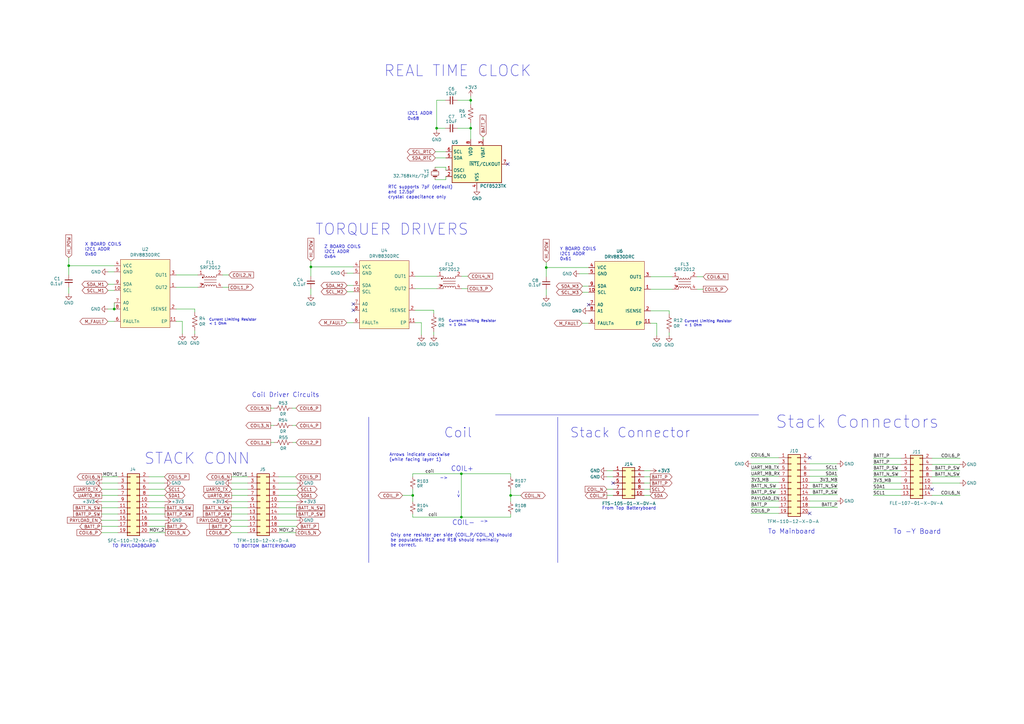
<source format=kicad_sch>
(kicad_sch (version 20231120) (generator "eeschema") (generator_version "8.0")
  (paper "A3")
  (lib_symbols
    (symbol "Connector_Generic:Conn_02x05_Odd_Even" (pin_names (offset 1.016) hide)
      (property "Reference" "J" (at 1.27 7.62 0))
      (property "Value" "Conn_02x05_Odd_Even" (at 1.27 -7.62 0))
      (symbol "Conn_02x05_Odd_Even_1_1"
        (rectangle (start -1.27 -4.953) (end 0 -5.207) (stroke (width 0.1524)))
        (rectangle (start -1.27 -2.413) (end 0 -2.667) (stroke (width 0.1524)))
        (rectangle (start -1.27 0.127) (end 0 -0.127) (stroke (width 0.1524)))
        (rectangle (start -1.27 2.667) (end 0 2.413) (stroke (width 0.1524)))
        (rectangle (start -1.27 5.207) (end 0 4.953) (stroke (width 0.1524)))
        (rectangle (start -1.27 6.35) (end 3.81 -6.35) (stroke (width 0.254)) (fill (type background)))
        (rectangle (start 3.81 -4.953) (end 2.54 -5.207) (stroke (width 0.1524)))
        (rectangle (start 3.81 -2.413) (end 2.54 -2.667) (stroke (width 0.1524)))
        (rectangle (start 3.81 0.127) (end 2.54 -0.127) (stroke (width 0.1524)))
        (rectangle (start 3.81 2.667) (end 2.54 2.413) (stroke (width 0.1524)))
        (rectangle (start 3.81 5.207) (end 2.54 4.953) (stroke (width 0.1524)))
        (pin passive line (at -5.08 5.08 0) (length 3.81) (name "Pin_1") (number "1"))
        (pin passive line (at 7.62 -5.08 180) (length 3.81) (name "Pin_10") (number "10"))
        (pin passive line (at 7.62 5.08 180) (length 3.81) (name "Pin_2") (number "2"))
        (pin passive line (at -5.08 2.54 0) (length 3.81) (name "Pin_3") (number "3"))
        (pin passive line (at 7.62 2.54 180) (length 3.81) (name "Pin_4") (number "4"))
        (pin passive line (at -5.08 0 0) (length 3.81) (name "Pin_5") (number "5"))
        (pin passive line (at 7.62 0 180) (length 3.81) (name "Pin_6") (number "6"))
        (pin passive line (at -5.08 -2.54 0) (length 3.81) (name "Pin_7") (number "7"))
        (pin passive line (at 7.62 -2.54 180) (length 3.81) (name "Pin_8") (number "8"))
        (pin passive line (at -5.08 -5.08 0) (length 3.81) (name "Pin_9") (number "9"))
      )
    )
    (symbol "Connector_Generic:Conn_02x07_Odd_Even" (pin_names (offset 1.016) hide)
      (property "Reference" "J" (at 1.27 10.16 0))
      (property "Value" "Conn_02x07_Odd_Even" (at 1.27 -10.16 0))
      (symbol "Conn_02x07_Odd_Even_1_1"
        (rectangle (start -1.27 -7.493) (end 0 -7.747) (stroke (width 0.1524)))
        (rectangle (start -1.27 -4.953) (end 0 -5.207) (stroke (width 0.1524)))
        (rectangle (start -1.27 -2.413) (end 0 -2.667) (stroke (width 0.1524)))
        (rectangle (start -1.27 0.127) (end 0 -0.127) (stroke (width 0.1524)))
        (rectangle (start -1.27 2.667) (end 0 2.413) (stroke (width 0.1524)))
        (rectangle (start -1.27 5.207) (end 0 4.953) (stroke (width 0.1524)))
        (rectangle (start -1.27 7.747) (end 0 7.493) (stroke (width 0.1524)))
        (rectangle (start -1.27 8.89) (end 3.81 -8.89) (stroke (width 0.254)) (fill (type background)))
        (rectangle (start 3.81 -7.493) (end 2.54 -7.747) (stroke (width 0.1524)))
        (rectangle (start 3.81 -4.953) (end 2.54 -5.207) (stroke (width 0.1524)))
        (rectangle (start 3.81 -2.413) (end 2.54 -2.667) (stroke (width 0.1524)))
        (rectangle (start 3.81 0.127) (end 2.54 -0.127) (stroke (width 0.1524)))
        (rectangle (start 3.81 2.667) (end 2.54 2.413) (stroke (width 0.1524)))
        (rectangle (start 3.81 5.207) (end 2.54 4.953) (stroke (width 0.1524)))
        (rectangle (start 3.81 7.747) (end 2.54 7.493) (stroke (width 0.1524)))
        (pin passive line (at -5.08 7.62 0) (length 3.81) (name "Pin_1") (number "1"))
        (pin passive line (at 7.62 -2.54 180) (length 3.81) (name "Pin_10") (number "10"))
        (pin passive line (at -5.08 -5.08 0) (length 3.81) (name "Pin_11") (number "11"))
        (pin passive line (at 7.62 -5.08 180) (length 3.81) (name "Pin_12") (number "12"))
        (pin passive line (at -5.08 -7.62 0) (length 3.81) (name "Pin_13") (number "13"))
        (pin passive line (at 7.62 -7.62 180) (length 3.81) (name "Pin_14") (number "14"))
        (pin passive line (at 7.62 7.62 180) (length 3.81) (name "Pin_2") (number "2"))
        (pin passive line (at -5.08 5.08 0) (length 3.81) (name "Pin_3") (number "3"))
        (pin passive line (at 7.62 5.08 180) (length 3.81) (name "Pin_4") (number "4"))
        (pin passive line (at -5.08 2.54 0) (length 3.81) (name "Pin_5") (number "5"))
        (pin passive line (at 7.62 2.54 180) (length 3.81) (name "Pin_6") (number "6"))
        (pin passive line (at -5.08 0 0) (length 3.81) (name "Pin_7") (number "7"))
        (pin passive line (at 7.62 0 180) (length 3.81) (name "Pin_8") (number "8"))
        (pin passive line (at -5.08 -2.54 0) (length 3.81) (name "Pin_9") (number "9"))
      )
    )
    (symbol "Connector_Generic:Conn_02x10_Odd_Even" (pin_names (offset 1.016) hide)
      (property "Reference" "J" (at 1.27 12.7 0))
      (property "Value" "Conn_02x10_Odd_Even" (at 1.27 -15.24 0))
      (symbol "Conn_02x10_Odd_Even_1_1"
        (rectangle (start -1.27 -12.573) (end 0 -12.827) (stroke (width 0.1524)))
        (rectangle (start -1.27 -10.033) (end 0 -10.287) (stroke (width 0.1524)))
        (rectangle (start -1.27 -7.493) (end 0 -7.747) (stroke (width 0.1524)))
        (rectangle (start -1.27 -4.953) (end 0 -5.207) (stroke (width 0.1524)))
        (rectangle (start -1.27 -2.413) (end 0 -2.667) (stroke (width 0.1524)))
        (rectangle (start -1.27 0.127) (end 0 -0.127) (stroke (width 0.1524)))
        (rectangle (start -1.27 2.667) (end 0 2.413) (stroke (width 0.1524)))
        (rectangle (start -1.27 5.207) (end 0 4.953) (stroke (width 0.1524)))
        (rectangle (start -1.27 7.747) (end 0 7.493) (stroke (width 0.1524)))
        (rectangle (start -1.27 10.287) (end 0 10.033) (stroke (width 0.1524)))
        (rectangle (start -1.27 11.43) (end 3.81 -13.97) (stroke (width 0.254)) (fill (type background)))
        (rectangle (start 3.81 -12.573) (end 2.54 -12.827) (stroke (width 0.1524)))
        (rectangle (start 3.81 -10.033) (end 2.54 -10.287) (stroke (width 0.1524)))
        (rectangle (start 3.81 -7.493) (end 2.54 -7.747) (stroke (width 0.1524)))
        (rectangle (start 3.81 -4.953) (end 2.54 -5.207) (stroke (width 0.1524)))
        (rectangle (start 3.81 -2.413) (end 2.54 -2.667) (stroke (width 0.1524)))
        (rectangle (start 3.81 0.127) (end 2.54 -0.127) (stroke (width 0.1524)))
        (rectangle (start 3.81 2.667) (end 2.54 2.413) (stroke (width 0.1524)))
        (rectangle (start 3.81 5.207) (end 2.54 4.953) (stroke (width 0.1524)))
        (rectangle (start 3.81 7.747) (end 2.54 7.493) (stroke (width 0.1524)))
        (rectangle (start 3.81 10.287) (end 2.54 10.033) (stroke (width 0.1524)))
        (pin passive line (at -5.08 10.16 0) (length 3.81) (name "Pin_1") (number "1"))
        (pin passive line (at 7.62 0 180) (length 3.81) (name "Pin_10") (number "10"))
        (pin passive line (at -5.08 -2.54 0) (length 3.81) (name "Pin_11") (number "11"))
        (pin passive line (at 7.62 -2.54 180) (length 3.81) (name "Pin_12") (number "12"))
        (pin passive line (at -5.08 -5.08 0) (length 3.81) (name "Pin_13") (number "13"))
        (pin passive line (at 7.62 -5.08 180) (length 3.81) (name "Pin_14") (number "14"))
        (pin passive line (at -5.08 -7.62 0) (length 3.81) (name "Pin_15") (number "15"))
        (pin passive line (at 7.62 -7.62 180) (length 3.81) (name "Pin_16") (number "16"))
        (pin passive line (at -5.08 -10.16 0) (length 3.81) (name "Pin_17") (number "17"))
        (pin passive line (at 7.62 -10.16 180) (length 3.81) (name "Pin_18") (number "18"))
        (pin passive line (at -5.08 -12.7 0) (length 3.81) (name "Pin_19") (number "19"))
        (pin passive line (at 7.62 10.16 180) (length 3.81) (name "Pin_2") (number "2"))
        (pin passive line (at 7.62 -12.7 180) (length 3.81) (name "Pin_20") (number "20"))
        (pin passive line (at -5.08 7.62 0) (length 3.81) (name "Pin_3") (number "3"))
        (pin passive line (at 7.62 7.62 180) (length 3.81) (name "Pin_4") (number "4"))
        (pin passive line (at -5.08 5.08 0) (length 3.81) (name "Pin_5") (number "5"))
        (pin passive line (at 7.62 5.08 180) (length 3.81) (name "Pin_6") (number "6"))
        (pin passive line (at -5.08 2.54 0) (length 3.81) (name "Pin_7") (number "7"))
        (pin passive line (at 7.62 2.54 180) (length 3.81) (name "Pin_8") (number "8"))
        (pin passive line (at -5.08 0 0) (length 3.81) (name "Pin_9") (number "9"))
      )
    )
    (symbol "Device:C_Small" (pin_numbers hide) (pin_names (offset 0.254) hide)
      (property "Reference" "C" (at 0.254 1.778 0))
      (property "Value" "C_Small" (at 0.254 -2.032 0))
      (symbol "C_Small_0_1"
        (polyline (pts (xy -1.524 -0.508) (xy 1.524 -0.508)) (stroke (width 0.3302)))
        (polyline (pts (xy -1.524 0.508) (xy 1.524 0.508)) (stroke (width 0.3048)))
      )
      (symbol "C_Small_1_1"
        (pin passive line (at 0 2.54 270) (length 2.032) (name "~") (number "1"))
        (pin passive line (at 0 -2.54 90) (length 2.032) (name "~") (number "2"))
      )
    )
    (symbol "Device:Crystal_Small" (pin_numbers hide) (pin_names (offset 1.016) hide)
      (property "Reference" "Y" (at 0 2.54 0))
      (property "Value" "Crystal_Small" (at 0 -2.54 0))
      (symbol "Crystal_Small_0_1"
        (rectangle (start -0.762 -1.524) (end 0.762 1.524))
        (polyline (pts (xy -1.27 -0.762) (xy -1.27 0.762)) (stroke (width 0.381)))
        (polyline (pts (xy 1.27 -0.762) (xy 1.27 0.762)) (stroke (width 0.381)))
      )
      (symbol "Crystal_Small_1_1"
        (pin passive line (at -2.54 0 0) (length 1.27) (name "1") (number "1"))
        (pin passive line (at 2.54 0 180) (length 1.27) (name "2") (number "2"))
      )
    )
    (symbol "Device:Filter_EMI_CommonMode" (pin_names (offset 0.254) hide)
      (property "Reference" "FL" (at 0 4.445 0))
      (property "Value" "Filter_EMI_CommonMode" (at 0 -4.445 0))
      (symbol "Filter_EMI_CommonMode_0_1"
        (circle (center -3.048 -1.27) (radius 0.254) (fill (type outline)))
        (circle (center -3.048 1.524) (radius 0.254) (fill (type outline)))
        (arc (start -2.54 2.032) (mid -2.032 1.5262) (end -1.524 2.032))
        (arc (start -1.524 -2.032) (mid -2.032 -1.5262) (end -2.54 -2.032))
        (arc (start -1.524 2.032) (mid -1.016 1.5262) (end -0.508 2.032))
        (arc (start -0.508 -2.032) (mid -1.016 -1.5262) (end -1.524 -2.032))
        (arc (start -0.508 2.032) (mid 0 1.5262) (end 0.508 2.032))
        (polyline (pts (xy -2.54 -2.032) (xy -2.54 -2.54)))
        (polyline (pts (xy -2.54 0.508) (xy 2.54 0.508)))
        (polyline (pts (xy -2.54 2.032) (xy -2.54 2.54)))
        (polyline (pts (xy 2.54 -2.032) (xy 2.54 -2.54)))
        (polyline (pts (xy 2.54 -0.508) (xy -2.54 -0.508)))
        (polyline (pts (xy 2.54 2.54) (xy 2.54 2.032)))
        (arc (start 0.508 -2.032) (mid 0 -1.5262) (end -0.508 -2.032))
        (arc (start 0.508 2.032) (mid 1.016 1.5262) (end 1.524 2.032))
        (arc (start 1.524 -2.032) (mid 1.016 -1.5262) (end 0.508 -2.032))
        (arc (start 1.524 2.032) (mid 2.032 1.5262) (end 2.54 2.032))
        (arc (start 2.54 -2.032) (mid 2.032 -1.5262) (end 1.524 -2.032))
      )
      (symbol "Filter_EMI_CommonMode_1_1"
        (pin passive line (at -5.08 2.54 0) (length 2.54) (name "1") (number "1"))
        (pin passive line (at 5.08 2.54 180) (length 2.54) (name "2") (number "2"))
        (pin passive line (at -5.08 -2.54 0) (length 2.54) (name "3") (number "3"))
        (pin passive line (at 5.08 -2.54 180) (length 2.54) (name "4") (number "4"))
      )
    )
    (symbol "Device:R_Small_US" (pin_numbers hide) (pin_names (offset 0.254) hide)
      (property "Reference" "R" (at 0.762 0.508 0))
      (property "Value" "R_Small_US" (at 0.762 -1.016 0))
      (symbol "R_Small_US_1_1"
        (polyline (pts (xy 0 0) (xy 1.016 -0.381) (xy 0 -0.762) (xy -1.016 -1.143) (xy 0 -1.524)))
        (polyline (pts (xy 0 1.524) (xy 1.016 1.143) (xy 0 0.762) (xy -1.016 0.381) (xy 0 0)))
        (pin passive line (at 0 2.54 270) (length 1.016) (name "~") (number "1"))
        (pin passive line (at 0 -2.54 90) (length 1.016) (name "~") (number "2"))
      )
    )
    (symbol "Device:R_US" (pin_numbers hide) (pin_names (offset 0))
      (property "Reference" "R" (at 2.54 0 90))
      (property "Value" "R_US" (at -2.54 0 90))
      (symbol "R_US_0_1"
        (polyline (pts (xy 0 -2.286) (xy 0 -2.54)))
        (polyline (pts (xy 0 2.286) (xy 0 2.54)))
        (polyline (pts (xy 0 -0.762) (xy 1.016 -1.143) (xy 0 -1.524) (xy -1.016 -1.905) (xy 0 -2.286)))
        (polyline (pts (xy 0 0.762) (xy 1.016 0.381) (xy 0 0) (xy -1.016 -0.381) (xy 0 -0.762)))
        (polyline (pts (xy 0 2.286) (xy 1.016 1.905) (xy 0 1.524) (xy -1.016 1.143) (xy 0 0.762)))
      )
      (symbol "R_US_1_1"
        (pin passive line (at 0 3.81 270) (length 1.27) (name "~") (number "1"))
        (pin passive line (at 0 -3.81 90) (length 1.27) (name "~") (number "2"))
      )
    )
    (symbol "Timer_RTC:PCF8523TK"
      (property "Reference" "U" (at -10.16 8.89 0))
      (property "Value" "PCF8523TK" (at 3.81 8.89 0))
      (symbol "PCF8523TK_0_1"
        (rectangle (start -10.16 7.62) (end 10.16 -7.62) (stroke (width 0.254)) (fill (type background)))
      )
      (symbol "PCF8523TK_1_1"
        (pin input line (at -12.7 -2.54 0) (length 2.54) (name "OSCI") (number "1"))
        (pin output line (at -12.7 -5.08 0) (length 2.54) (name "OSCO") (number "2"))
        (pin power_in line (at 2.54 10.16 270) (length 2.54) (name "VBAT") (number "3"))
        (pin power_in line (at 0 -10.16 90) (length 2.54) (name "VSS") (number "4"))
        (pin bidirectional line (at -12.7 2.54 0) (length 2.54) (name "SDA") (number "5"))
        (pin input line (at -12.7 5.08 0) (length 2.54) (name "SCL") (number "6"))
        (pin open_collector line (at 12.7 0 180) (length 2.54) (name "~{INT1}/CLKOUT") (number "7"))
        (pin power_in line (at -2.54 10.16 270) (length 2.54) (name "VDD") (number "8"))
        (pin passive line (at 0 -10.16 90) (length 2.54) hide (name "VSS") (number "9"))
      )
    )
    (symbol "mainboard:DRV8830DRC" (pin_names (offset 1.016))
      (property "Reference" "U" (at -8.89 15.24 0))
      (property "Value" "DRV8830DRC" (at -3.81 -15.24 0))
      (symbol "DRV8830DRC_0_1"
        (rectangle (start -10.16 13.97) (end 10.16 -13.97) (fill (type background)))
      )
      (symbol "DRV8830DRC_1_1"
        (pin passive line (at 12.7 2.54 180) (length 2.54) (name "OUT2") (number "1"))
        (pin passive line (at -12.7 1.27 0) (length 2.54) (name "SCL") (number "10"))
        (pin power_in line (at 12.7 -11.43 180) (length 2.54) (name "EP") (number "11"))
        (pin passive line (at 12.7 -6.35 180) (length 2.54) (name "ISENSE") (number "2"))
        (pin passive line (at 12.7 7.62 180) (length 2.54) (name "OUT1") (number "3"))
        (pin power_in line (at -12.7 11.43 0) (length 2.54) (name "VCC") (number "4"))
        (pin power_in line (at -12.7 8.89 0) (length 2.54) (name "GND") (number "5"))
        (pin open_collector line (at -12.7 -11.43 0) (length 2.54) (name "FAULTn") (number "6"))
        (pin passive line (at -12.7 -3.81 0) (length 2.54) (name "A0") (number "7"))
        (pin passive line (at -12.7 -6.35 0) (length 2.54) (name "A1") (number "8"))
        (pin passive line (at -12.7 3.81 0) (length 2.54) (name "SDA") (number "9"))
      )
    )
    (symbol "power:+3V3" (power) (pin_names (offset 0))
      (property "Value" "+3V3" (at 0 3.556 0))
      (symbol "+3V3_0_1"
        (polyline (pts (xy -0.762 1.27) (xy 0 2.54)))
        (polyline (pts (xy 0 0) (xy 0 2.54)))
        (polyline (pts (xy 0 2.54) (xy 0.762 1.27)))
      )
      (symbol "+3V3_1_1"
        (pin power_in line (at 0 0 90) (length 0) hide (name "+3V3") (number "1"))
      )
    )
    (symbol "power:GND" (power) (pin_names (offset 0))
      (property "Value" "GND" (at 0 -3.81 0))
      (symbol "GND_0_1"
        (polyline (pts (xy 0 0) (xy 0 -1.27) (xy 1.27 -1.27) (xy 0 -2.54) (xy -1.27 -1.27) (xy 0 -1.27)))
      )
      (symbol "GND_1_1"
        (pin power_in line (at 0 0 270) (length 0) hide (name "GND") (number "1"))
      )
    )
  )
  (junction (at 28.194 108.966))
  (junction (at 189.23 194.31))
  (junction (at 189.23 212.09))
  (junction (at 179.07 52.578))
  (junction (at 224.028 109.728))
  (junction (at 209.423 203.2))
  (junction (at 46.863 126.746))
  (junction (at 169.291 203.2))
  (junction (at 193.04 41.148))
  (junction (at 193.04 52.578))
  (junction (at 127.508 109.474))
  (no_connect (at 332.105 210.566))
  (no_connect (at 251.46 198.12))
  (no_connect (at 208.28 67.31))
  (no_connect (at 332.105 187.706))
  (no_connect (at 382.27 200.66))
  (no_connect (at 144.907 124.714))
  (no_connect (at 241.427 124.968))
  (no_connect (at 144.907 127.254))
  (wire (pts (xy 114.3 198.12) (xy 121.793 198.12)))
  (wire (pts (xy 169.291 194.31) (xy 189.23 194.31)))
  (wire (pts (xy 101.6 200.66) (xy 94.996 200.66)))
  (wire (pts (xy 224.028 109.728) (xy 224.028 113.538)))
  (wire (pts (xy 94.996 198.12) (xy 101.6 198.12)))
  (wire (pts (xy 269.367 132.588) (xy 269.367 137.668)))
  (wire (pts (xy 101.6 218.44) (xy 94.869 218.44)))
  (wire (pts (xy 94.869 213.36) (xy 101.6 213.36)))
  (wire (pts (xy 266.7 198.12) (xy 264.16 198.12)))
  (wire (pts (xy 178.562 64.77) (xy 182.88 64.77)))
  (wire (pts (xy 189.23 194.31) (xy 189.23 212.09)))
  (wire (pts (xy 41.656 205.74) (xy 48.387 205.74)))
  (wire (pts (xy 48.387 218.44) (xy 41.656 218.44)))
  (wire (pts (xy 369.57 187.96) (xy 358.14 187.96)))
  (wire (pts (xy 41.91 198.12) (xy 48.387 198.12)))
  (wire (pts (xy 61.087 198.12) (xy 67.437 198.12)))
  (wire (pts (xy 248.92 193.04) (xy 251.46 193.04)))
  (wire (pts (xy 319.405 205.486) (xy 307.975 205.486)))
  (wire (pts (xy 332.105 192.786) (xy 343.535 192.786)))
  (wire (pts (xy 121.666 210.82) (xy 114.3 210.82)))
  (wire (pts (xy 179.07 53.34) (xy 179.07 52.578)))
  (wire (pts (xy 393.7 190.5) (xy 382.27 190.5)))
  (wire (pts (xy 169.291 194.31) (xy 169.291 195.58)))
  (wire (pts (xy 266.827 132.588) (xy 269.367 132.588)))
  (wire (pts (xy 179.07 41.148) (xy 179.07 52.578)))
  (wire (pts (xy 209.423 210.82) (xy 209.423 212.09)))
  (wire (pts (xy 28.194 117.856) (xy 28.194 120.396)))
  (wire (pts (xy 101.6 203.2) (xy 94.996 203.2)))
  (wire (pts (xy 46.863 111.506) (xy 44.323 111.506)))
  (wire (pts (xy 369.57 200.66) (xy 358.14 200.66)))
  (wire (pts (xy 121.412 167.386) (xy 119.888 167.386)))
  (wire (pts (xy 189.357 113.284) (xy 191.897 113.284)))
  (wire (pts (xy 94.869 215.9) (xy 101.6 215.9)))
  (wire (pts (xy 72.263 131.826) (xy 74.803 131.826)))
  (wire (pts (xy 179.07 41.148) (xy 182.626 41.148)))
  (wire (pts (xy 91.313 117.856) (xy 93.853 117.856)))
  (wire (pts (xy 165.1 203.2) (xy 169.291 203.2)))
  (wire (pts (xy 48.387 200.66) (xy 41.783 200.66)))
  (wire (pts (xy 169.291 200.66) (xy 169.291 203.2)))
  (wire (pts (xy 319.405 187.706) (xy 307.975 187.706)))
  (wire (pts (xy 127.508 109.474) (xy 127.508 113.284)))
  (wire (pts (xy 178.435 68.58) (xy 182.88 68.58)))
  (wire (pts (xy 358.14 193.04) (xy 369.57 193.04)))
  (wire (pts (xy 332.105 197.866) (xy 343.535 197.866)))
  (wire (pts (xy 41.783 195.58) (xy 48.387 195.58)))
  (wire (pts (xy 393.7 195.58) (xy 382.27 195.58)))
  (wire (pts (xy 94.869 210.82) (xy 101.6 210.82)))
  (polyline (pts (xy 228.727 171.069) (xy 228.727 230.759)))
  (wire (pts (xy 266.827 127.508) (xy 274.447 127.508)))
  (wire (pts (xy 144.907 112.014) (xy 142.367 112.014)))
  (wire (pts (xy 41.656 215.9) (xy 48.387 215.9)))
  (wire (pts (xy 238.76 132.588) (xy 241.427 132.588)))
  (wire (pts (xy 358.14 195.58) (xy 369.57 195.58)))
  (wire (pts (xy 94.869 195.58) (xy 101.6 195.58)))
  (wire (pts (xy 121.793 200.66) (xy 114.3 200.66)))
  (wire (pts (xy 72.263 117.856) (xy 81.153 117.856)))
  (wire (pts (xy 44.196 131.826) (xy 46.863 131.826)))
  (wire (pts (xy 41.656 208.28) (xy 48.387 208.28)))
  (wire (pts (xy 94.869 208.28) (xy 101.6 208.28)))
  (wire (pts (xy 127.508 118.364) (xy 127.508 120.904)))
  (wire (pts (xy 46.863 124.206) (xy 46.863 126.746)))
  (wire (pts (xy 319.405 195.326) (xy 307.975 195.326)))
  (wire (pts (xy 74.803 131.826) (xy 74.803 136.906)))
  (wire (pts (xy 127.508 107.061) (xy 127.508 109.474)))
  (wire (pts (xy 178.562 62.23) (xy 182.88 62.23)))
  (wire (pts (xy 319.405 208.026) (xy 307.975 208.026)))
  (wire (pts (xy 48.387 203.2) (xy 41.783 203.2)))
  (wire (pts (xy 28.194 108.966) (xy 46.863 108.966)))
  (wire (pts (xy 393.827 203.2) (xy 382.27 203.2)))
  (wire (pts (xy 319.405 200.406) (xy 307.975 200.406)))
  (wire (pts (xy 61.087 195.58) (xy 67.437 195.58)))
  (wire (pts (xy 170.307 127.254) (xy 177.927 127.254)))
  (wire (pts (xy 114.3 213.36) (xy 121.793 213.36)))
  (wire (pts (xy 178.435 73.66) (xy 182.88 73.66)))
  (wire (pts (xy 209.423 200.66) (xy 209.423 203.2)))
  (wire (pts (xy 182.88 68.58) (xy 182.88 69.85)))
  (wire (pts (xy 72.263 112.776) (xy 81.153 112.776)))
  (wire (pts (xy 41.656 213.36) (xy 48.387 213.36)))
  (wire (pts (xy 91.313 112.776) (xy 93.853 112.776)))
  (wire (pts (xy 169.291 210.82) (xy 169.291 212.09)))
  (wire (pts (xy 332.105 205.486) (xy 343.408 205.486)))
  (wire (pts (xy 358.14 198.12) (xy 369.57 198.12)))
  (wire (pts (xy 332.105 190.246) (xy 343.408 190.246)))
  (wire (pts (xy 193.04 52.578) (xy 193.04 57.15)))
  (wire (pts (xy 67.691 210.82) (xy 61.087 210.82)))
  (wire (pts (xy 266.827 113.538) (xy 275.717 113.538)))
  (wire (pts (xy 248.92 200.66) (xy 251.46 200.66)))
  (wire (pts (xy 307.975 197.866) (xy 319.405 197.866)))
  (wire (pts (xy 193.04 50.419) (xy 193.04 52.578)))
  (wire (pts (xy 393.7 193.04) (xy 382.27 193.04)))
  (wire (pts (xy 67.818 215.9) (xy 61.087 215.9)))
  (wire (pts (xy 369.57 203.2) (xy 358.14 203.2)))
  (wire (pts (xy 332.105 202.946) (xy 343.535 202.946)))
  (wire (pts (xy 110.998 174.498) (xy 112.268 174.498)))
  (wire (pts (xy 169.291 203.2) (xy 169.291 205.74)))
  (wire (pts (xy 266.7 200.66) (xy 264.16 200.66)))
  (wire (pts (xy 189.23 194.31) (xy 209.423 194.31)))
  (wire (pts (xy 94.869 205.74) (xy 101.6 205.74)))
  (wire (pts (xy 121.666 205.74) (xy 114.3 205.74)))
  (wire (pts (xy 46.863 116.586) (xy 44.323 116.586)))
  (wire (pts (xy 248.92 195.58) (xy 251.46 195.58)))
  (wire (pts (xy 177.927 127.254) (xy 177.927 128.524)))
  (wire (pts (xy 266.7 203.2) (xy 264.16 203.2)))
  (wire (pts (xy 266.7 195.58) (xy 264.16 195.58)))
  (wire (pts (xy 264.16 193.04) (xy 266.7 193.04)))
  (wire (pts (xy 121.666 208.28) (xy 114.3 208.28)))
  (wire (pts (xy 46.863 119.126) (xy 44.323 119.126)))
  (wire (pts (xy 182.88 72.39) (xy 182.88 73.66)))
  (wire (pts (xy 142.24 132.334) (xy 144.907 132.334)))
  (wire (pts (xy 193.04 41.148) (xy 193.04 42.799)))
  (wire (pts (xy 119.888 174.498) (xy 121.412 174.498)))
  (wire (pts (xy 169.291 212.09) (xy 189.23 212.09)))
  (wire (pts (xy 61.087 213.36) (xy 67.691 213.36)))
  (wire (pts (xy 28.194 108.966) (xy 28.194 112.776)))
  (wire (pts (xy 67.564 200.66) (xy 61.087 200.66)))
  (polyline (pts (xy 203.2 170.18) (xy 311.15 170.18)))
  (wire (pts (xy 144.907 119.634) (xy 142.367 119.634)))
  (wire (pts (xy 285.877 118.618) (xy 288.417 118.618)))
  (polyline (pts (xy 63.373 306.451) (xy 63.373 306.197)))
  (wire (pts (xy 209.423 194.31) (xy 209.423 195.58)))
  (wire (pts (xy 44.196 126.746) (xy 46.863 126.746)))
  (wire (pts (xy 319.405 190.246) (xy 308.102 190.246)))
  (wire (pts (xy 144.907 117.094) (xy 142.367 117.094)))
  (wire (pts (xy 332.105 195.326) (xy 343.535 195.326)))
  (wire (pts (xy 120.015 181.483) (xy 121.412 181.483)))
  (wire (pts (xy 393.7 198.12) (xy 382.27 198.12)))
  (wire (pts (xy 319.405 210.566) (xy 307.975 210.566)))
  (wire (pts (xy 67.818 218.44) (xy 61.087 218.44)))
  (wire (pts (xy 110.998 181.483) (xy 112.395 181.483)))
  (wire (pts (xy 241.427 119.888) (xy 238.887 119.888)))
  (wire (pts (xy 187.706 52.578) (xy 193.04 52.578)))
  (wire (pts (xy 121.412 218.44) (xy 114.3 218.44)))
  (wire (pts (xy 79.883 126.746) (xy 79.883 128.016)))
  (wire (pts (xy 187.706 41.148) (xy 193.04 41.148)))
  (wire (pts (xy 266.827 118.618) (xy 275.717 118.618)))
  (polyline (pts (xy 151.257 171.069) (xy 151.257 230.759)))
  (wire (pts (xy 332.105 208.026) (xy 343.535 208.026)))
  (wire (pts (xy 179.07 52.578) (xy 182.626 52.578)))
  (wire (pts (xy 241.427 117.348) (xy 238.887 117.348)))
  (wire (pts (xy 189.23 212.09) (xy 209.423 212.09)))
  (wire (pts (xy 67.691 208.28) (xy 61.087 208.28)))
  (wire (pts (xy 172.847 132.334) (xy 172.847 137.414)))
  (wire (pts (xy 393.827 187.96) (xy 382.27 187.96)))
  (wire (pts (xy 248.92 203.2) (xy 251.46 203.2)))
  (wire (pts (xy 170.307 132.334) (xy 172.847 132.334)))
  (wire (pts (xy 224.028 118.618) (xy 224.028 121.158)))
  (wire (pts (xy 114.3 195.58) (xy 121.285 195.58)))
  (wire (pts (xy 209.423 203.2) (xy 213.614 203.2)))
  (wire (pts (xy 110.998 167.386) (xy 112.268 167.386)))
  (wire (pts (xy 170.307 118.364) (xy 179.197 118.364)))
  (wire (pts (xy 369.57 190.5) (xy 358.14 190.5)))
  (wire (pts (xy 127.508 109.474) (xy 144.907 109.474)))
  (wire (pts (xy 121.793 203.2) (xy 114.3 203.2)))
  (wire (pts (xy 177.927 136.144) (xy 177.927 137.414)))
  (wire (pts (xy 274.447 127.508) (xy 274.447 128.778)))
  (wire (pts (xy 209.423 203.2) (xy 209.423 205.74)))
  (wire (pts (xy 41.656 210.82) (xy 48.387 210.82)))
  (wire (pts (xy 319.405 202.946) (xy 307.975 202.946)))
  (wire (pts (xy 241.427 112.268) (xy 237.617 112.268)))
  (wire (pts (xy 285.877 113.538) (xy 288.417 113.538)))
  (wire (pts (xy 319.405 192.786) (xy 307.975 192.786)))
  (wire (pts (xy 198.12 56.134) (xy 198.12 57.15)))
  (wire (pts (xy 170.307 113.284) (xy 179.197 113.284)))
  (wire (pts (xy 193.04 39.497) (xy 193.04 41.148)))
  (wire (pts (xy 224.028 109.728) (xy 241.427 109.728)))
  (wire (pts (xy 189.357 118.364) (xy 191.897 118.364)))
  (wire (pts (xy 67.564 205.74) (xy 61.087 205.74)))
  (wire (pts (xy 79.883 135.636) (xy 79.883 136.906)))
  (wire (pts (xy 121.666 215.9) (xy 114.3 215.9)))
  (wire (pts (xy 72.263 126.746) (xy 79.883 126.746)))
  (wire (pts (xy 274.447 136.398) (xy 274.447 137.668)))
  (wire (pts (xy 224.028 107.569) (xy 224.028 109.728)))
  (wire (pts (xy 28.194 105.664) (xy 28.194 108.966)))
  (wire (pts (xy 67.564 203.2) (xy 61.087 203.2)))
  (wire (pts (xy 332.105 200.406) (xy 343.535 200.406)))
  (text "Coil" (at 181.991 179.959 0) (effects (font (size 3.9878 3.9878)) (justify left bottom)))
  (text "X BOARD COILS\nI2C1 ADDR\n0x60" (at 34.798 105.156 0) (effects (font (size 1.27 1.27)) (justify left bottom)))
  (text "Stack Connectors" (at 318.008 176.149 0) (effects (font (size 5.08 5.08)) (justify left bottom)))
  (text "->" (at 180.34 196.85 0) (effects (font (size 1.27 1.27)) (justify left bottom)))
  (text "0x68" (at 171.958 49.53 0) (effects (font (size 1.27 1.27)) (justify right bottom)))
  (text "COIL+\n" (at 184.912 193.548 0) (effects (font (size 2.0066 2.0066)) (justify left bottom)))
  (text "Coil Driver Circuits" (at 103.251 163.195 0) (effects (font (size 1.905 1.905)) (justify left bottom)))
  (text "TO BOTTOM BATTERYBOARD" (at 95.631 224.917 0) (effects (font (size 1.27 1.27)) (justify left bottom)))
  (text "Only one resistor per side (COIL_P/COIL_N) should \nbe populated. R12 and R18 should nominally \nbe correct." (at 160.147 224.409 0) (effects (font (size 1.27 1.27)) (justify left bottom)))
  (text "<-" (at 188.722 204.47 90) (effects (font (size 1.27 1.27)) (justify left bottom)))
  (text "Arrows indicate clockwise\n(while facing layer 1)" (at 159.639 189.357 0) (effects (font (size 1.27 1.27)) (justify left bottom)))
  (text "To -Y Board" (at 366.268 219.329 0) (effects (font (size 2.032 2.032)) (justify left bottom)))
  (text "Stack Connector" (at 233.68 179.959 0) (effects (font (size 3.9878 3.9878)) (justify left bottom)))
  (text "Current Limiting Resistor\n< 1 Ohm" (at 85.725 133.477 0) (effects (font (size 1.016 1.016)) (justify left bottom)))
  (text "Current Limiting Resistor\n< 1 Ohm" (at 280.67 134.112 0) (effects (font (size 1.016 1.016)) (justify left bottom)))
  (text "Z BOARD COILS\nI2C1 ADDR\n0x64" (at 132.969 106.172 0) (effects (font (size 1.27 1.27)) (justify left bottom)))
  (text "Current Limiting Resistor\n< 1 Ohm" (at 184.023 133.985 0) (effects (font (size 1.016 1.016)) (justify left bottom)))
  (text "RTC supports 7pF (default)\nand 12.5pF\ncrystal capacitance only" (at 159.131 81.661 0) (effects (font (size 1.27 1.27)) (justify left bottom)))
  (text "Y BOARD COILS\nI2C1 ADDR\n0x61" (at 229.616 107.061 0) (effects (font (size 1.27 1.27)) (justify left bottom)))
  (text "To Mainboard" (at 314.96 219.202 0) (effects (font (size 1.905 1.905)) (justify left bottom)))
  (text "I2C1 ADDR" (at 177.419 47.371 0) (effects (font (size 1.27 1.27)) (justify right bottom)))
  (text "COIL-\n" (at 185.42 215.646 0) (effects (font (size 2.0066 2.0066)) (justify left bottom)))
  (text "REAL TIME CLOCK" (at 157.353 31.877 0) (effects (font (size 4.572 4.572)) (justify left bottom)))
  (text "STACK CONN" (at 59.055 190.881 0) (effects (font (size 4.572 4.572)) (justify left bottom)))
  (text "TORQUER DRIVERS" (at 129.159 96.901 0) (effects (font (size 4.572 4.572)) (justify left bottom)))
  (text "From Top Batteryboard" (at 246.888 209.296 0) (effects (font (size 1.27 1.27)) (justify left bottom)))
  (text "->" (at 196.85 214.63 0) (effects (font (size 1.27 1.27)) (justify left bottom)))
  (text "TO PAYLOADBOARD" (at 46.101 224.79 0) (effects (font (size 1.27 1.27)) (justify left bottom)))
  (label "COIL6_P" (at 307.975 210.566 0))
  (label "SDA1" (at 343.535 195.326 180))
  (label "BATT_N_SW" (at 393.7 195.58 180))
  (label "coil" (at 174.371 194.31 0))
  (label "MOY_1" (at 48.387 195.58 180))
  (label "BATT_N_SW" (at 343.535 200.406 180))
  (label "MOY_1" (at 101.6 195.58 180))
  (label "SDA1" (at 358.14 200.66 0))
  (label "BATT_P" (at 343.535 208.026 180))
  (label "coil" (at 175.641 212.09 0))
  (label "PAYLOAD_EN" (at 307.975 205.486 0))
  (label "3V3_MB" (at 307.975 197.866 0))
  (label "3V3_MB" (at 358.14 198.12 0))
  (label "COIL6_N" (at 307.975 187.706 0))
  (label "BATT_P_SW" (at 343.535 202.946 180))
  (label "MOY_2" (at 120.65 218.44 180))
  (label "3V3_MB" (at 343.535 197.866 180))
  (label "MOY_2" (at 67.437 218.44 180))
  (label "SCL1" (at 358.14 203.2 0))
  (label "BATT_N_SW" (at 358.14 195.58 0))
  (label "COIL6_N" (at 393.827 203.2 180))
  (label "BATT_N_SW" (at 307.975 200.406 0))
  (label "UART_MB_RX" (at 307.975 195.326 0))
  (label "BATT_P" (at 358.14 187.96 0))
  (label "BATT_P_SW" (at 393.7 193.04 180))
  (label "BATT_P_SW" (at 358.14 193.04 0))
  (label "COIL6_P" (at 393.827 187.96 180))
  (label "BATT_P" (at 358.14 190.5 0))
  (label "BATT_P" (at 307.975 208.026 0))
  (label "SCL1" (at 343.535 192.786 180))
  (label "UART_MB_TX" (at 307.975 192.786 0))
  (label "BATT_P_SW" (at 307.975 202.946 0))
  (global_label "SCL_M2" (shape bidirectional) (at 142.367 119.634 180) (property "Intersheetrefs" "${INTERSHEET_REFS}" (effects (hide yes))))
  (global_label "SDA1" (shape bidirectional) (at 121.793 203.2 0) (property "Intersheetrefs" "${INTERSHEET_REFS}" (effects (hide yes))))
  (global_label "COIL5_N" (shape output) (at 67.818 218.44 0) (property "Intersheetrefs" "${INTERSHEET_REFS}" (effects (hide yes))))
  (global_label "BATT_N_SW" (shape passive) (at 41.656 208.28 180) (property "Intersheetrefs" "${INTERSHEET_REFS}" (effects (hide yes))))
  (global_label "SCL_M3" (shape bidirectional) (at 238.887 119.888 180) (property "Intersheetrefs" "${INTERSHEET_REFS}" (effects (hide yes))))
  (global_label "COIL_N" (shape input) (at 248.92 200.66 180) (property "Intersheetrefs" "${INTERSHEET_REFS}" (effects (hide yes))))
  (global_label "COIL6_P" (shape input) (at 94.869 218.44 180) (property "Intersheetrefs" "${INTERSHEET_REFS}" (effects (hide yes))))
  (global_label "BATT_P" (shape output) (at 41.656 215.9 180) (property "Intersheetrefs" "${INTERSHEET_REFS}" (effects (hide yes))))
  (global_label "COIL6_N" (shape output) (at 41.783 195.58 180) (property "Intersheetrefs" "${INTERSHEET_REFS}" (effects (hide yes))))
  (global_label "UART0_TX" (shape input) (at 41.783 200.66 180) (property "Intersheetrefs" "${INTERSHEET_REFS}" (effects (hide yes))))
  (global_label "BATT_N_SW" (shape passive) (at 121.666 208.28 0) (property "Intersheetrefs" "${INTERSHEET_REFS}" (effects (hide yes))))
  (global_label "BATT_P" (shape output) (at 266.7 195.58 0) (property "Intersheetrefs" "${INTERSHEET_REFS}" (effects (hide yes))))
  (global_label "COIL_N" (shape bidirectional) (at 213.614 203.2 0) (property "Intersheetrefs" "${INTERSHEET_REFS}" (effects (hide yes))))
  (global_label "UART0_RX" (shape output) (at 41.783 203.2 180) (property "Intersheetrefs" "${INTERSHEET_REFS}" (effects (hide yes))))
  (global_label "COIL1_P" (shape output) (at 93.853 117.856 0) (property "Intersheetrefs" "${INTERSHEET_REFS}" (effects (hide yes))))
  (global_label "SDA_M2" (shape bidirectional) (at 142.367 117.094 180) (property "Intersheetrefs" "${INTERSHEET_REFS}" (effects (hide yes))))
  (global_label "COIL6_N" (shape output) (at 94.869 195.58 180) (property "Intersheetrefs" "${INTERSHEET_REFS}" (effects (hide yes))))
  (global_label "COIL6_P" (shape input) (at 121.412 167.386 0) (property "Intersheetrefs" "${INTERSHEET_REFS}" (effects (hide yes))))
  (global_label "M_FAULT" (shape bidirectional) (at 142.24 132.334 180) (property "Intersheetrefs" "${INTERSHEET_REFS}" (effects (hide yes))))
  (global_label "COIL5_P" (shape input) (at 121.285 195.58 0) (property "Intersheetrefs" "${INTERSHEET_REFS}" (effects (hide yes))))
  (global_label "BATT_P" (shape output) (at 67.818 215.9 0) (property "Intersheetrefs" "${INTERSHEET_REFS}" (effects (hide yes))))
  (global_label "BATT_P" (shape output) (at 266.7 198.12 0) (property "Intersheetrefs" "${INTERSHEET_REFS}" (effects (hide yes))))
  (global_label "BATT_P" (shape input) (at 121.666 215.9 0) (property "Intersheetrefs" "${INTERSHEET_REFS}" (effects (hide yes))))
  (global_label "COIL2_P" (shape input) (at 121.412 181.483 0) (property "Intersheetrefs" "${INTERSHEET_REFS}" (effects (hide yes))))
  (global_label "BATT_P_SW" (shape passive) (at 67.691 210.82 0) (property "Intersheetrefs" "${INTERSHEET_REFS}" (effects (hide yes))))
  (global_label "COIL4_N" (shape input) (at 191.897 113.284 0) (property "Intersheetrefs" "${INTERSHEET_REFS}" (effects (hide yes))))
  (global_label "BATT_P_SW" (shape passive) (at 121.666 210.82 0) (property "Intersheetrefs" "${INTERSHEET_REFS}" (effects (hide yes))))
  (global_label "COIL1_N" (shape output) (at 110.998 181.483 180) (property "Intersheetrefs" "${INTERSHEET_REFS}" (effects (hide yes))))
  (global_label "BATT_P_SW" (shape passive) (at 41.656 210.82 180) (property "Intersheetrefs" "${INTERSHEET_REFS}" (effects (hide yes))))
  (global_label "HI_POW" (shape input) (at 224.028 107.569 90) (property "Intersheetrefs" "${INTERSHEET_REFS}" (effects (hide yes))))
  (global_label "COIL4_P" (shape input) (at 121.412 174.498 0) (property "Intersheetrefs" "${INTERSHEET_REFS}" (effects (hide yes))))
  (global_label "COIL5_P" (shape input) (at 67.437 195.58 0) (property "Intersheetrefs" "${INTERSHEET_REFS}" (effects (hide yes))))
  (global_label "SDA1" (shape bidirectional) (at 67.564 203.2 0) (property "Intersheetrefs" "${INTERSHEET_REFS}" (effects (hide yes))))
  (global_label "COIL2_N" (shape input) (at 93.853 112.776 0) (property "Intersheetrefs" "${INTERSHEET_REFS}" (effects (hide yes))))
  (global_label "SCL_M1" (shape bidirectional) (at 44.323 119.126 180) (property "Intersheetrefs" "${INTERSHEET_REFS}" (effects (hide yes))))
  (global_label "UART0_RX" (shape output) (at 94.996 203.2 180) (property "Intersheetrefs" "${INTERSHEET_REFS}" (effects (hide yes))))
  (global_label "HI_POW" (shape input) (at 28.194 105.664 90) (property "Intersheetrefs" "${INTERSHEET_REFS}" (effects (hide yes))))
  (global_label "SCL_RTC" (shape bidirectional) (at 178.562 62.23 180) (property "Intersheetrefs" "${INTERSHEET_REFS}" (effects (hide yes))))
  (global_label "PAYLOAD_EN" (shape input) (at 41.656 213.36 180) (property "Intersheetrefs" "${INTERSHEET_REFS}" (effects (hide yes))))
  (global_label "COIL3_N" (shape output) (at 110.998 174.498 180) (property "Intersheetrefs" "${INTERSHEET_REFS}" (effects (hide yes))))
  (global_label "M_FAULT" (shape bidirectional) (at 238.76 132.588 180) (property "Intersheetrefs" "${INTERSHEET_REFS}" (effects (hide yes))))
  (global_label "SDA_M1" (shape bidirectional) (at 44.323 116.586 180) (property "Intersheetrefs" "${INTERSHEET_REFS}" (effects (hide yes))))
  (global_label "BATT_N_SW" (shape passive) (at 67.691 208.28 0) (property "Intersheetrefs" "${INTERSHEET_REFS}" (effects (hide yes))))
  (global_label "HI_POW" (shape input) (at 127.508 107.061 90) (property "Intersheetrefs" "${INTERSHEET_REFS}" (effects (hide yes))))
  (global_label "SCL1" (shape bidirectional) (at 67.564 200.66 0) (property "Intersheetrefs" "${INTERSHEET_REFS}" (effects (hide yes))))
  (global_label "SDA_RTC" (shape bidirectional) (at 178.562 64.77 180) (property "Intersheetrefs" "${INTERSHEET_REFS}" (effects (hide yes))))
  (global_label "M_FAULT" (shape bidirectional) (at 44.196 131.826 180) (property "Intersheetrefs" "${INTERSHEET_REFS}" (effects (hide yes))))
  (global_label "COIL3_P" (shape output) (at 191.897 118.364 0) (property "Intersheetrefs" "${INTERSHEET_REFS}" (effects (hide yes))))
  (global_label "BATT_P" (shape input) (at 198.12 56.134 90) (property "Intersheetrefs" "${INTERSHEET_REFS}" (effects (hide yes))))
  (global_label "UART0_TX" (shape input) (at 94.996 200.66 180) (property "Intersheetrefs" "${INTERSHEET_REFS}" (effects (hide yes))))
  (global_label "COIL6_N" (shape input) (at 288.417 113.538 0) (property "Intersheetrefs" "${INTERSHEET_REFS}" (effects (hide yes))))
  (global_label "SCL" (shape output) (at 266.7 200.66 0) (property "Intersheetrefs" "${INTERSHEET_REFS}" (effects (hide yes))))
  (global_label "SCL1" (shape bidirectional) (at 121.793 200.66 0) (property "Intersheetrefs" "${INTERSHEET_REFS}" (effects (hide yes))))
  (global_label "BATT_N_SW" (shape passive) (at 94.869 208.28 180) (property "Intersheetrefs" "${INTERSHEET_REFS}" (effects (hide yes))))
  (global_label "COIL_P" (shape bidirectional) (at 165.1 203.2 180) (property "Intersheetrefs" "${INTERSHEET_REFS}" (effects (hide yes))))
  (global_label "COIL5_N" (shape output) (at 110.998 167.386 180) (property "Intersheetrefs" "${INTERSHEET_REFS}" (effects (hide yes))))
  (global_label "COIL5_N" (shape output) (at 121.412 218.44 0) (property "Intersheetrefs" "${INTERSHEET_REFS}" (effects (hide yes))))
  (global_label "COIL5_P" (shape output) (at 288.417 118.618 0) (property "Intersheetrefs" "${INTERSHEET_REFS}" (effects (hide yes))))
  (global_label "COIL6_P" (shape input) (at 41.656 218.44 180) (property "Intersheetrefs" "${INTERSHEET_REFS}" (effects (hide yes))))
  (global_label "BATT_P" (shape input) (at 94.869 215.9 180) (property "Intersheetrefs" "${INTERSHEET_REFS}" (effects (hide yes))))
  (global_label "SDA" (shape bidirectional) (at 266.7 203.2 0) (property "Intersheetrefs" "${INTERSHEET_REFS}" (effects (hide yes))))
  (global_label "BATT_P_SW" (shape passive) (at 94.869 210.82 180) (property "Intersheetrefs" "${INTERSHEET_REFS}" (effects (hide yes))))
  (global_label "SDA_M3" (shape bidirectional) (at 238.887 117.348 180) (property "Intersheetrefs" "${INTERSHEET_REFS}" (effects (hide yes))))
  (global_label "PAYLOAD_EN" (shape input) (at 94.869 213.36 180) (property "Intersheetrefs" "${INTERSHEET_REFS}" (effects (hide yes))))
  (global_label "COIL_P" (shape output) (at 248.92 203.2 180) (property "Intersheetrefs" "${INTERSHEET_REFS}" (effects (hide yes))))
  (symbol (lib_id "Device:R_Small_US") (at 209.423 198.12 0) (unit 1)
    (property "Reference" "R107" (at 211.074 197.231 0) (effects (font (size 1.2 1.2)) (justify left)))
    (property "Value" "0R" (at 211.074 199.263 0) (effects (font (size 1.2 1.2)) (justify left)))
    (property "Footprint" "Resistor_SMD:R_0603_1608Metric" (effects (hide yes)))
  )
  (symbol (lib_id "power:GND") (at 67.691 213.36 90) (mirror x) (unit 1)
    (property "Reference" "#PWR058" (effects (hide yes)))
    (property "Value" "GND" (at 72.517 213.36 90))
  )
  (symbol (lib_id "Device:R_US") (at 79.883 131.826 180) (unit 1)
    (property "Reference" "R4" (at 81.6102 130.6576 0) (effects (justify right)))
    (property "Value" "0R" (at 81.6102 132.969 0) (effects (justify right)))
    (property "Footprint" "Resistor_SMD:R_0603_1608Metric" (effects (hide yes)))
  )
  (symbol (lib_id "power:+3V3") (at 121.666 205.74 270) (mirror x) (unit 1)
    (property "Reference" "#PWR078" (effects (hide yes)))
    (property "Value" "+3V3" (at 127 205.74 90))
  )
  (symbol (lib_id "power:GND") (at 248.92 193.04 270) (unit 1)
    (property "Reference" "#PWR0179" (effects (hide yes)))
    (property "Value" "GND" (at 244.094 193.04 90))
  )
  (symbol (lib_id "mainboard:DRV8830DRC") (at 157.607 120.904 0) (unit 1)
    (property "Reference" "U4" (at 157.607 102.743 0))
    (property "Value" "DRV8830DRC" (at 157.607 105.0544 0))
    (property "Footprint" "mainboard:VSON-10" (effects (hide yes)))
  )
  (symbol (lib_id "Connector_Generic:Conn_02x07_Odd_Even") (at 374.65 195.58 0) (unit 1)
    (property "Reference" "J11" (at 375.92 185.293 0))
    (property "Value" "FLE-107-01-X-DV-A" (at 375.793 206.375 0))
    (property "Footprint" "cameraboard:SAMTEC_FLE-107-01-X-DV-A" (effects (hide yes)))
  )
  (symbol (lib_id "Device:Filter_EMI_CommonMode") (at 184.277 115.824 0) (unit 1)
    (property "Reference" "FL2" (at 184.277 108.458 0))
    (property "Value" "SRF2012" (at 184.277 110.49 0))
    (property "Footprint" "mainboard:SRF2012" (effects (hide yes)))
  )
  (symbol (lib_id "power:GND") (at 269.367 137.668 0) (unit 1)
    (property "Reference" "#PWR031" (effects (hide yes)))
    (property "Value" "GND" (at 269.367 141.478 0))
  )
  (symbol (lib_id "Device:R_Small_US") (at 169.291 208.28 0) (unit 1)
    (property "Reference" "R104" (at 170.942 207.391 0) (effects (font (size 1.2 1.2)) (justify left)))
    (property "Value" "0R" (at 170.942 209.296 0) (effects (font (size 1.2 1.2)) (justify left)))
    (property "Footprint" "Resistor_SMD:R_0603_1608Metric" (effects (hide yes)))
  )
  (symbol (lib_id "power:GND") (at 224.028 121.158 0) (unit 1)
    (property "Reference" "#PWR019" (effects (hide yes)))
    (property "Value" "GND" (at 224.028 124.968 0))
  )
  (symbol (lib_id "power:GND") (at 343.408 190.246 90) (unit 1)
    (property "Reference" "#PWR0165" (effects (hide yes)))
    (property "Value" "GND" (at 346.202 190.246 90) (effects (justify right)))
  )
  (symbol (lib_id "Connector_Generic:Conn_02x10_Odd_Even") (at 324.485 197.866 0) (unit 1)
    (property "Reference" "J10" (at 325.628 184.912 0))
    (property "Value" "TFM-110-12-X-D-A" (at 325.247 213.868 0))
    (property "Footprint" "mainboard:SAMTEC_TFM-110-12-X-D-A" (effects (hide yes)))
  )
  (symbol (lib_id "Device:C_Small") (at 185.166 52.578 90) (unit 1)
    (property "Reference" "C7" (at 185.166 47.879 90))
    (property "Value" "10uF" (at 185.166 49.784 90))
    (property "Footprint" "Capacitor_SMD:C_0603_1608Metric" (effects (hide yes)))
  )
  (symbol (lib_id "power:GND") (at 241.427 127.508 270) (unit 1)
    (property "Reference" "#PWR024" (effects (hide yes)))
    (property "Value" "GND" (at 236.601 127.508 90))
  )
  (symbol (lib_id "power:+3V3") (at 193.04 39.497 0) (mirror y) (unit 1)
    (property "Reference" "#PWR017" (effects (hide yes)))
    (property "Value" "+3V3" (at 193.04 35.814 0))
  )
  (symbol (lib_id "Connector_Generic:Conn_02x10_Odd_Even") (at 53.467 205.74 0) (unit 1)
    (property "Reference" "J4" (at 54.483 192.532 0))
    (property "Value" "SFC-110-T2-X-D-A" (at 54.61 221.742 0))
    (property "Footprint" "mainboard:SAMTEC_SFC-110-T2-X-D-A" (effects (hide yes)))
  )
  (symbol (lib_id "Device:R_Small_US") (at 169.291 198.12 0) (unit 1)
    (property "Reference" "R103" (at 170.942 197.358 0) (effects (font (size 1.2 1.2)) (justify left)))
    (property "Value" "0R" (at 170.942 199.263 0) (effects (font (size 1.2 1.2)) (justify left)))
    (property "Footprint" "Resistor_SMD:R_0603_1608Metric" (effects (hide yes)))
  )
  (symbol (lib_id "power:GND") (at 343.408 205.486 90) (unit 1)
    (property "Reference" "#PWR0166" (effects (hide yes)))
    (property "Value" "GND" (at 346.202 205.486 90) (effects (justify right)))
  )
  (symbol (lib_id "power:+3V3") (at 94.869 205.74 90) (mirror x) (unit 1)
    (property "Reference" "#PWR067" (effects (hide yes)))
    (property "Value" "+3V3" (at 89.535 205.74 90))
  )
  (symbol (lib_id "Device:R_US") (at 274.447 132.588 180) (unit 1)
    (property "Reference" "R12" (at 276.1742 131.4196 0) (effects (justify right)))
    (property "Value" "0R" (at 276.1742 133.731 0) (effects (justify right)))
    (property "Footprint" "Resistor_SMD:R_0603_1608Metric" (effects (hide yes)))
  )
  (symbol (lib_id "power:+3V3") (at 67.564 205.74 270) (mirror x) (unit 1)
    (property "Reference" "#PWR057" (effects (hide yes)))
    (property "Value" "+3V3" (at 72.898 205.74 90))
  )
  (symbol (lib_id "power:GND") (at 121.793 198.12 90) (mirror x) (unit 1)
    (property "Reference" "#PWR079" (effects (hide yes)))
    (property "Value" "GND" (at 126.619 198.12 90))
  )
  (symbol (lib_id "power:GND") (at 121.793 213.36 90) (mirror x) (unit 1)
    (property "Reference" "#PWR080" (effects (hide yes)))
    (property "Value" "GND" (at 126.619 213.36 90))
  )
  (symbol (lib_id "Device:Filter_EMI_CommonMode") (at 280.797 116.078 0) (unit 1)
    (property "Reference" "FL3" (at 280.797 108.458 0))
    (property "Value" "SRF2012" (at 280.797 110.49 0))
    (property "Footprint" "mainboard:SRF2012" (effects (hide yes)))
  )
  (symbol (lib_id "Connector_Generic:Conn_02x05_Odd_Even") (at 256.54 198.12 0) (unit 1)
    (property "Reference" "J14" (at 257.81 190.373 0))
    (property "Value" "FTS-105-01-X-DV-A" (at 257.937 206.502 0))
    (property "Footprint" "solarpanels:SAMTEC-FTS-105-01-X-DV-A" (effects (hide yes)))
  )
  (symbol (lib_id "power:GND") (at 237.617 112.268 270) (unit 1)
    (property "Reference" "#PWR023" (effects (hide yes)))
    (property "Value" "GND" (at 232.664 112.268 90))
  )
  (symbol (lib_id "Device:R_US") (at 116.078 174.498 90) (unit 1)
    (property "Reference" "R54" (at 116.078 172.339 90))
    (property "Value" "0R" (at 116.078 176.911 90))
    (property "Footprint" "Resistor_SMD:R_0603_1608Metric" (effects (hide yes)))
  )
  (symbol (lib_id "power:GND") (at 393.7 190.5 90) (unit 1)
    (property "Reference" "#PWR0177" (effects (hide yes)))
    (property "Value" "GND" (at 398.526 190.5 90))
  )
  (symbol (lib_id "power:GND") (at 248.92 195.58 270) (unit 1)
    (property "Reference" "#PWR0180" (effects (hide yes)))
    (property "Value" "GND" (at 244.094 195.58 90))
  )
  (symbol (lib_id "Connector_Generic:Conn_02x10_Odd_Even") (at 106.68 205.74 0) (unit 1)
    (property "Reference" "J5" (at 107.696 192.532 0))
    (property "Value" "TFM-110-12-X-D-A" (at 107.823 221.742 0))
    (property "Footprint" "mainboard:SAMTEC_TFM-110-12-X-D-A" (effects (hide yes)))
  )
  (symbol (lib_id "Timer_RTC:PCF8523TK") (at 195.58 67.31 0) (unit 1)
    (property "Reference" "U5" (at 186.563 58.293 0))
    (property "Value" "PCF8523TK" (at 202.311 76.327 0))
    (property "Footprint" "Package_SON:HVSON-8-1EP_4x4mm_P0.8mm_EP2.2x3.1mm" (effects (hide yes)))
    (property "Datasheet" "https://www.nxp.com/docs/en/data-sheet/PCF8523.pdf" (effects (hide yes)))
  )
  (symbol (lib_id "power:GND") (at 274.447 137.668 0) (unit 1)
    (property "Reference" "#PWR032" (effects (hide yes)))
    (property "Value" "GND" (at 274.447 141.478 0))
  )
  (symbol (lib_id "power:GND") (at 28.194 120.396 0) (unit 1)
    (property "Reference" "#PWR01" (effects (hide yes)))
    (property "Value" "GND" (at 28.194 124.206 0))
  )
  (symbol (lib_id "Device:R_Small_US") (at 209.423 208.28 0) (unit 1)
    (property "Reference" "R108" (at 211.074 207.391 0) (effects (font (size 1.2 1.2)) (justify left)))
    (property "Value" "0R" (at 211.1248 209.4484 0) (effects (font (size 1.2 1.2)) (justify left)))
    (property "Footprint" "Resistor_SMD:R_0603_1608Metric" (effects (hide yes)))
  )
  (symbol (lib_id "power:GND") (at 94.996 198.12 270) (mirror x) (unit 1)
    (property "Reference" "#PWR068" (effects (hide yes)))
    (property "Value" "GND" (at 90.17 198.12 90))
  )
  (symbol (lib_id "power:GND") (at 179.07 53.34 0) (unit 1)
    (property "Reference" "#PWR016" (effects (hide yes)))
    (property "Value" "GND" (at 179.07 57.277 0))
  )
  (symbol (lib_id "Device:R_US") (at 193.04 46.609 180) (unit 1)
    (property "Reference" "R6" (at 189.484 45.593 0))
    (property "Value" "1K" (at 189.992 47.498 0))
    (property "Footprint" "Resistor_SMD:R_0603_1608Metric" (effects (hide yes)))
  )
  (symbol (lib_id "mainboard:DRV8830DRC") (at 254.127 121.158 0) (unit 1)
    (property "Reference" "U6" (at 254.127 102.997 0))
    (property "Value" "DRV8830DRC" (at 254.127 105.3084 0))
    (property "Footprint" "mainboard:VSON-10" (effects (hide yes)))
  )
  (symbol (lib_id "mainboard:DRV8830DRC") (at 59.563 120.396 0) (unit 1)
    (property "Reference" "U2" (at 59.563 102.235 0))
    (property "Value" "DRV8830DRC" (at 59.563 104.5464 0))
    (property "Footprint" "mainboard:VSON-10" (effects (hide yes)))
  )
  (symbol (lib_id "Device:R_US") (at 116.078 167.386 270) (unit 1)
    (property "Reference" "R53" (at 116.078 165.354 90))
    (property "Value" "0R" (at 116.078 169.799 90))
    (property "Footprint" "Resistor_SMD:R_0603_1608Metric" (effects (hide yes)))
  )
  (symbol (lib_id "power:GND") (at 41.91 198.12 270) (mirror x) (unit 1)
    (property "Reference" "#PWR049" (effects (hide yes)))
    (property "Value" "GND" (at 37.084 198.12 90))
  )
  (symbol (lib_id "power:GND") (at 142.367 112.014 270) (unit 1)
    (property "Reference" "#PWR013" (effects (hide yes)))
    (property "Value" "GND" (at 137.541 112.014 90))
  )
  (symbol (lib_id "Device:Crystal_Small") (at 178.435 71.12 270) (unit 1)
    (property "Reference" "Y1" (at 173.736 70.231 90) (effects (justify left)))
    (property "Value" "32.768kHz/7pF" (at 161.163 72.136 90) (effects (justify left)))
    (property "Footprint" "Crystal:Crystal_SMD_MicroCrystal_CC7V-T1A-2Pin_3.2x1.5mm" (effects (hide yes)))
  )
  (symbol (lib_id "power:GND") (at 127.508 120.904 0) (unit 1)
    (property "Reference" "#PWR011" (effects (hide yes)))
    (property "Value" "GND" (at 127.508 124.714 0))
  )
  (symbol (lib_id "power:GND") (at 67.437 198.12 90) (mirror x) (unit 1)
    (property "Reference" "#PWR056" (effects (hide yes)))
    (property "Value" "GND" (at 72.263 198.12 90))
  )
  (symbol (lib_id "Device:C_Small") (at 185.166 41.148 90) (unit 1)
    (property "Reference" "C6" (at 185.166 36.449 90))
    (property "Value" "10uF" (at 185.166 38.354 90))
    (property "Footprint" "Capacitor_SMD:C_0603_1608Metric" (effects (hide yes)))
  )
  (symbol (lib_id "power:GND") (at 79.883 136.906 0) (unit 1)
    (property "Reference" "#PWR09" (effects (hide yes)))
    (property "Value" "GND" (at 79.883 140.716 0))
  )
  (symbol (lib_id "power:+3V3") (at 266.7 193.04 270) (unit 1)
    (property "Reference" "#PWR0181" (effects (hide yes)))
    (property "Value" "+3V3" (at 272.161 193.04 90))
  )
  (symbol (lib_id "power:+3V3") (at 41.656 205.74 90) (mirror x) (unit 1)
    (property "Reference" "#PWR048" (effects (hide yes)))
    (property "Value" "+3V3" (at 36.322 205.74 90))
  )
  (symbol (lib_id "power:GND") (at 172.847 137.414 0) (unit 1)
    (property "Reference" "#PWR014" (effects (hide yes)))
    (property "Value" "GND" (at 172.847 141.224 0))
  )
  (symbol (lib_id "Device:R_US") (at 177.927 132.334 180) (unit 1)
    (property "Reference" "R5" (at 179.6542 131.1656 0) (effects (justify right)))
    (property "Value" "0R" (at 179.6542 133.477 0) (effects (justify right)))
    (property "Footprint" "Resistor_SMD:R_0603_1608Metric" (effects (hide yes)))
  )
  (symbol (lib_id "power:GND") (at 308.102 190.246 270) (unit 1)
    (property "Reference" "#PWR0154" (effects (hide yes)))
    (property "Value" "GND" (at 305.308 190.246 90) (effects (justify right)))
  )
  (symbol (lib_id "power:GND") (at 195.58 77.47 0) (unit 1)
    (property "Reference" "#PWR018" (effects (hide yes)))
    (property "Value" "GND" (at 195.58 81.407 0))
  )
  (symbol (lib_id "Device:C_Small") (at 28.194 115.316 0) (unit 1)
    (property "Reference" "C1" (at 22.098 114.3 0) (effects (justify left)))
    (property "Value" "0.1uF" (at 20.574 116.332 0) (effects (justify left)))
    (property "Footprint" "Capacitor_SMD:C_0603_1608Metric" (effects (hide yes)))
  )
  (symbol (lib_id "Device:Filter_EMI_CommonMode") (at 86.233 115.316 0) (unit 1)
    (property "Reference" "FL1" (at 86.233 107.696 0))
    (property "Value" "SRF2012" (at 86.233 109.728 0))
    (property "Footprint" "mainboard:SRF2012" (effects (hide yes)))
  )
  (symbol (lib_id "power:GND") (at 44.196 126.746 270) (unit 1)
    (property "Reference" "#PWR03" (effects (hide yes)))
    (property "Value" "GND" (at 39.243 126.746 90))
  )
  (symbol (lib_id "power:GND") (at 393.7 198.12 90) (unit 1)
    (property "Reference" "#PWR0178" (effects (hide yes)))
    (property "Value" "GND" (at 398.526 198.12 90))
  )
  (symbol (lib_id "Device:C_Small") (at 224.028 116.078 0) (unit 1)
    (property "Reference" "C8" (at 218.186 115.062 0) (effects (justify left)))
    (property "Value" "0.1uF" (at 216.662 116.84 0) (effects (justify left)))
    (property "Footprint" "Capacitor_SMD:C_0603_1608Metric" (effects (hide yes)))
  )
  (symbol (lib_id "power:GND") (at 177.927 137.414 0) (unit 1)
    (property "Reference" "#PWR015" (effects (hide yes)))
    (property "Value" "GND" (at 177.927 141.224 0))
  )
  (symbol (lib_id "power:GND") (at 74.803 136.906 0) (unit 1)
    (property "Reference" "#PWR06" (effects (hide yes)))
    (property "Value" "GND" (at 74.803 140.716 0))
  )
  (symbol (lib_id "power:GND") (at 44.323 111.506 270) (unit 1)
    (property "Reference" "#PWR04" (effects (hide yes)))
    (property "Value" "GND" (at 39.37 111.506 90))
  )
  (symbol (lib_id "Device:R_US") (at 116.205 181.483 90) (unit 1)
    (property "Reference" "R55" (at 116.205 179.451 90))
    (property "Value" "0R" (at 116.205 183.896 90))
    (property "Footprint" "Resistor_SMD:R_0603_1608Metric" (effects (hide yes)))
  )
  (symbol (lib_id "Device:C_Small") (at 127.508 115.824 0) (unit 1)
    (property "Reference" "C4" (at 121.666 114.808 0) (effects (justify left)))
    (property "Value" "0.1uF" (at 120.142 116.586 0) (effects (justify left)))
    (property "Footprint" "Capacitor_SMD:C_0603_1608Metric" (effects (hide yes)))
  )
)
</source>
